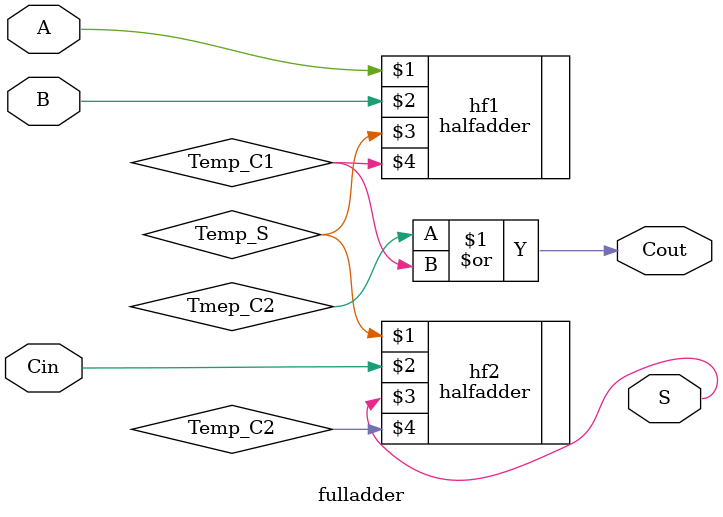
<source format=v>
module fulladder (A, B, Cin, S, Cout);
  input A, B, Cin;
  output S, Cout;

  // Internal wires
  wire Temp_S, Temp_C1, Temp_C2;
  
  assign Cout = Tmep_C2 | Temp_C1;
  
  halfadder hf1 (A, B, Temp_S, Temp_C1);
  halfadder hf2 (Temp_S, Cin, S, Temp_C2);
endmodule

</source>
